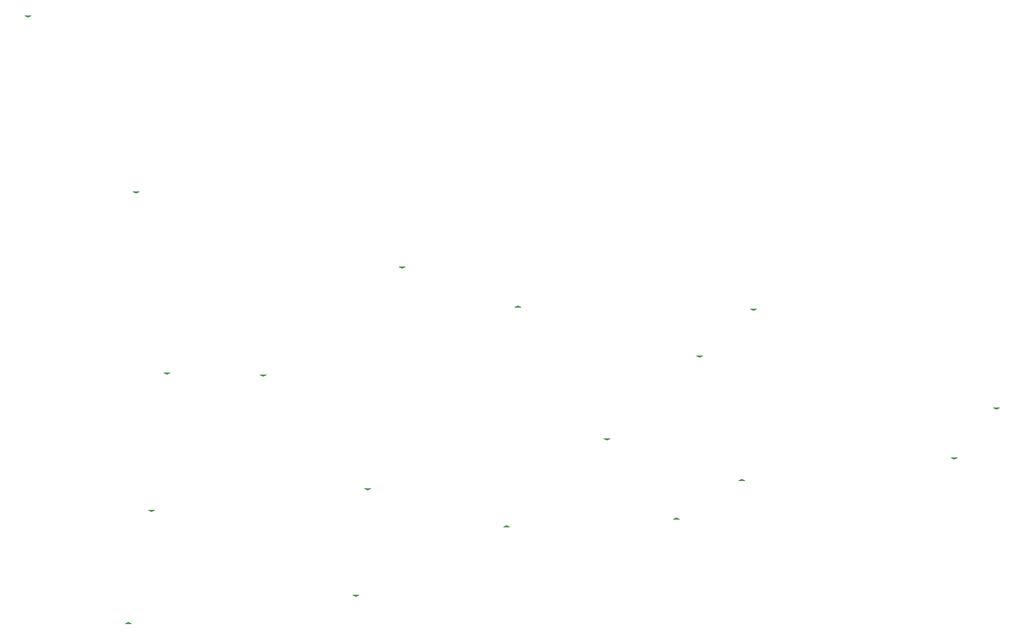
<source format=gbr>
%TF.GenerationSoftware,KiCad,Pcbnew,7.0.6-0*%
%TF.CreationDate,2023-08-23T00:03:35+02:00*%
%TF.ProjectId,tannenbaum,74616e6e-656e-4626-9175-6d2e6b696361,2.0*%
%TF.SameCoordinates,Original*%
%TF.FileFunction,Legend,Top*%
%TF.FilePolarity,Positive*%
%FSLAX46Y46*%
G04 Gerber Fmt 4.6, Leading zero omitted, Abs format (unit mm)*
G04 Created by KiCad (PCBNEW 7.0.6-0) date 2023-08-23 00:03:35*
%MOMM*%
%LPD*%
G01*
G04 APERTURE LIST*
%ADD10C,0.100000*%
G04 APERTURE END LIST*
%TO.C,D18*%
D10*
X187325000Y-76756500D02*
X186817000Y-76502500D01*
X187833000Y-76502500D01*
X187325000Y-76756500D01*
G36*
X187325000Y-76756500D02*
G01*
X186817000Y-76502500D01*
X187833000Y-76502500D01*
X187325000Y-76756500D01*
G37*
%TO.C,D7*%
X121920000Y-123776500D02*
X121412000Y-123522500D01*
X122428000Y-123522500D01*
X121920000Y-123776500D01*
G36*
X121920000Y-123776500D02*
G01*
X121412000Y-123522500D01*
X122428000Y-123522500D01*
X121920000Y-123776500D01*
G37*
%TO.C,D9*%
X185928000Y-104775000D02*
X184912000Y-104775000D01*
X185420000Y-104521000D01*
X185928000Y-104775000D01*
G36*
X185928000Y-104775000D02*
G01*
X184912000Y-104775000D01*
X185420000Y-104521000D01*
X185928000Y-104775000D01*
G37*
%TO.C,D4*%
X178435000Y-84406500D02*
X177927000Y-84152500D01*
X178943000Y-84152500D01*
X178435000Y-84406500D01*
G36*
X178435000Y-84406500D02*
G01*
X177927000Y-84152500D01*
X178943000Y-84152500D01*
X178435000Y-84406500D01*
G37*
%TO.C,D15*%
X147193000Y-112395000D02*
X146177000Y-112395000D01*
X146685000Y-112141000D01*
X147193000Y-112395000D01*
G36*
X147193000Y-112395000D02*
G01*
X146177000Y-112395000D01*
X146685000Y-112141000D01*
X147193000Y-112395000D01*
G37*
%TO.C,D12*%
X90805000Y-87249000D02*
X90297000Y-86995000D01*
X91313000Y-86995000D01*
X90805000Y-87249000D01*
G36*
X90805000Y-87249000D02*
G01*
X90297000Y-86995000D01*
X91313000Y-86995000D01*
X90805000Y-87249000D01*
G37*
%TO.C,D8*%
X227330000Y-92964000D02*
X226822000Y-92710000D01*
X227838000Y-92710000D01*
X227330000Y-92964000D01*
G36*
X227330000Y-92964000D02*
G01*
X226822000Y-92710000D01*
X227838000Y-92710000D01*
X227330000Y-92964000D01*
G37*
%TO.C,D13*%
X88265000Y-109806500D02*
X87757000Y-109552500D01*
X88773000Y-109552500D01*
X88265000Y-109806500D01*
G36*
X88265000Y-109806500D02*
G01*
X87757000Y-109552500D01*
X88773000Y-109552500D01*
X88265000Y-109806500D01*
G37*
%TO.C,D11*%
X85725000Y-57404000D02*
X85217000Y-57150000D01*
X86233000Y-57150000D01*
X85725000Y-57404000D01*
G36*
X85725000Y-57404000D02*
G01*
X85217000Y-57150000D01*
X86233000Y-57150000D01*
X85725000Y-57404000D01*
G37*
%TO.C,D2*%
X67945000Y-28496500D02*
X67437000Y-28242500D01*
X68453000Y-28242500D01*
X67945000Y-28496500D01*
G36*
X67945000Y-28496500D02*
G01*
X67437000Y-28242500D01*
X68453000Y-28242500D01*
X67945000Y-28496500D01*
G37*
%TO.C,D19*%
X220345000Y-101219000D02*
X219837000Y-100965000D01*
X220853000Y-100965000D01*
X220345000Y-101219000D01*
G36*
X220345000Y-101219000D02*
G01*
X219837000Y-100965000D01*
X220853000Y-100965000D01*
X220345000Y-101219000D01*
G37*
%TO.C,D5*%
X84963000Y-128270000D02*
X83947000Y-128270000D01*
X84455000Y-128016000D01*
X84963000Y-128270000D01*
G36*
X84963000Y-128270000D02*
G01*
X83947000Y-128270000D01*
X84455000Y-128016000D01*
X84963000Y-128270000D01*
G37*
%TO.C,D6*%
X106680000Y-87551500D02*
X106172000Y-87297500D01*
X107188000Y-87297500D01*
X106680000Y-87551500D01*
G36*
X106680000Y-87551500D02*
G01*
X106172000Y-87297500D01*
X107188000Y-87297500D01*
X106680000Y-87551500D01*
G37*
%TO.C,D10*%
X163195000Y-98044000D02*
X162687000Y-97790000D01*
X163703000Y-97790000D01*
X163195000Y-98044000D01*
G36*
X163195000Y-98044000D02*
G01*
X162687000Y-97790000D01*
X163703000Y-97790000D01*
X163195000Y-98044000D01*
G37*
%TO.C,D14*%
X123825000Y-106299000D02*
X123317000Y-106045000D01*
X124333000Y-106045000D01*
X123825000Y-106299000D01*
G36*
X123825000Y-106299000D02*
G01*
X123317000Y-106045000D01*
X124333000Y-106045000D01*
X123825000Y-106299000D01*
G37*
%TO.C,D17*%
X175133000Y-111125000D02*
X174117000Y-111125000D01*
X174625000Y-110871000D01*
X175133000Y-111125000D01*
G36*
X175133000Y-111125000D02*
G01*
X174117000Y-111125000D01*
X174625000Y-110871000D01*
X175133000Y-111125000D01*
G37*
%TO.C,D3*%
X129540000Y-69771500D02*
X129032000Y-69517500D01*
X130048000Y-69517500D01*
X129540000Y-69771500D01*
G36*
X129540000Y-69771500D02*
G01*
X129032000Y-69517500D01*
X130048000Y-69517500D01*
X129540000Y-69771500D01*
G37*
%TO.C,D16*%
X149098000Y-76200000D02*
X148082000Y-76200000D01*
X148590000Y-75946000D01*
X149098000Y-76200000D01*
G36*
X149098000Y-76200000D02*
G01*
X148082000Y-76200000D01*
X148590000Y-75946000D01*
X149098000Y-76200000D01*
G37*
%TD*%
M02*

</source>
